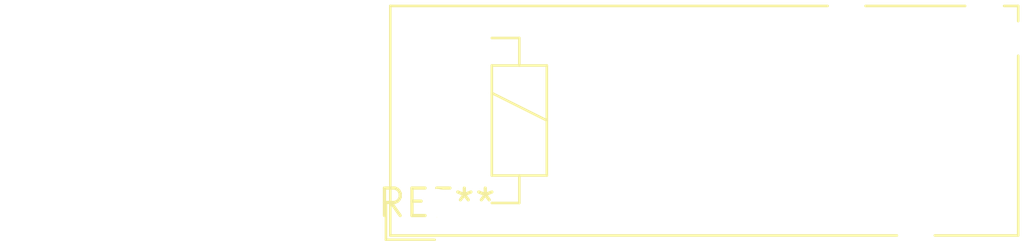
<source format=kicad_pcb>
(kicad_pcb (version 20240108) (generator pcbnew)
  (layers (0 "F.Cu" signal) (31 "B.Cu" signal) (34 "B.Paste" user) (35 "F.Paste" user) (36 "B.SilkS" user "B.Silkscreen") (37 "F.SilkS" user "F.Silkscreen") (38 "B.Mask" user) (39 "F.Mask" user) (44 "Edge.Cuts" user))
  (net 0 "")
  (footprint "Relay_1-Form-C_Schrack-RYII_RM3.2mm" (layer "F.Cu") (at 0 0)
    (property "Reference" "REF**")
    (property "Value" "Relay_1-Form-C_Schrack-RYII_RM3.2mm")
    (fp_line (start -2.35 0.05) (end -2.35 1.7) (layer "F.SilkS") (stroke (width 0.12)))
    (fp_line (start -2.35 1.7) (end -0.1 1.7) (layer "F.SilkS") (stroke (width 0.12)))
    (fp_line (start -2.15 -9.1) (end 18.05 -9.1) (layer "F.SilkS") (stroke (width 0.12)))
    (fp_line (start -2.15 1.5) (end -2.15 -9.1) (layer "F.SilkS") (stroke (width 0.12)))
    (fp_line (start 2.54 -7.62) (end 3.81 -7.62) (layer "F.SilkS") (stroke (width 0.12)))
    (fp_line (start 2.54 -6.35) (end 3.81 -6.35) (layer "F.SilkS") (stroke (width 0.12)))
    (fp_line (start 2.54 -5.08) (end 5.08 -3.81) (layer "F.SilkS") (stroke (width 0.12)))
    (fp_line (start 2.54 -1.27) (end 2.54 -6.35) (layer "F.SilkS") (stroke (width 0.12)))
    (fp_line (start 3.81 -7.62) (end 3.81 -6.35) (layer "F.SilkS") (stroke (width 0.12)))
    (fp_line (start 3.81 -6.35) (end 5.08 -6.35) (layer "F.SilkS") (stroke (width 0.12)))
    (fp_line (start 3.81 -1.27) (end 3.81 0) (layer "F.SilkS") (stroke (width 0.12)))
    (fp_line (start 3.81 0) (end 2.54 0) (layer "F.SilkS") (stroke (width 0.12)))
    (fp_line (start 5.08 -6.35) (end 5.08 -1.27) (layer "F.SilkS") (stroke (width 0.12)))
    (fp_line (start 5.08 -1.27) (end 2.54 -1.27) (layer "F.SilkS") (stroke (width 0.12)))
    (fp_line (start 19.8 -9.1) (end 24.4 -9.1) (layer "F.SilkS") (stroke (width 0.12)))
    (fp_line (start 21.25 1.5) (end -2.15 1.5) (layer "F.SilkS") (stroke (width 0.12)))
    (fp_line (start 26.2 -9.1) (end 26.85 -9.1) (layer "F.SilkS") (stroke (width 0.12)))
    (fp_line (start 26.85 -9.1) (end 26.85 -8.4) (layer "F.SilkS") (stroke (width 0.12)))
    (fp_line (start 26.85 -6.8) (end 26.85 1.5) (layer "F.SilkS") (stroke (width 0.12)))
    (fp_line (start 26.85 1.5) (end 23 1.5) (layer "F.SilkS") (stroke (width 0.12)))
    (pad "11" thru_hole circle (at 22.1 0) (size 3 3) (drill 1.3) (layers *.Cu *.Mask) (remove_unused_layers))
    (pad "12" thru_hole circle (at 18.9 -7.62) (size 3 3) (drill 1.3) (layers *.Cu *.Mask) (remove_unused_layers))
    (pad "14" thru_hole circle (at 25.3 -7.62) (size 3 3) (drill 1.3) (layers *.Cu *.Mask) (remove_unused_layers))
    (pad "A1" thru_hole rect (at 0 0) (size 2.54 2.54) (drill 1.3) (layers *.Cu *.Mask) (remove_unused_layers))
    (pad "A2" thru_hole circle (at 0 -7.62) (size 2.54 2.54) (drill 1.3) (layers *.Cu *.Mask) (remove_unused_layers))
  )
)
</source>
